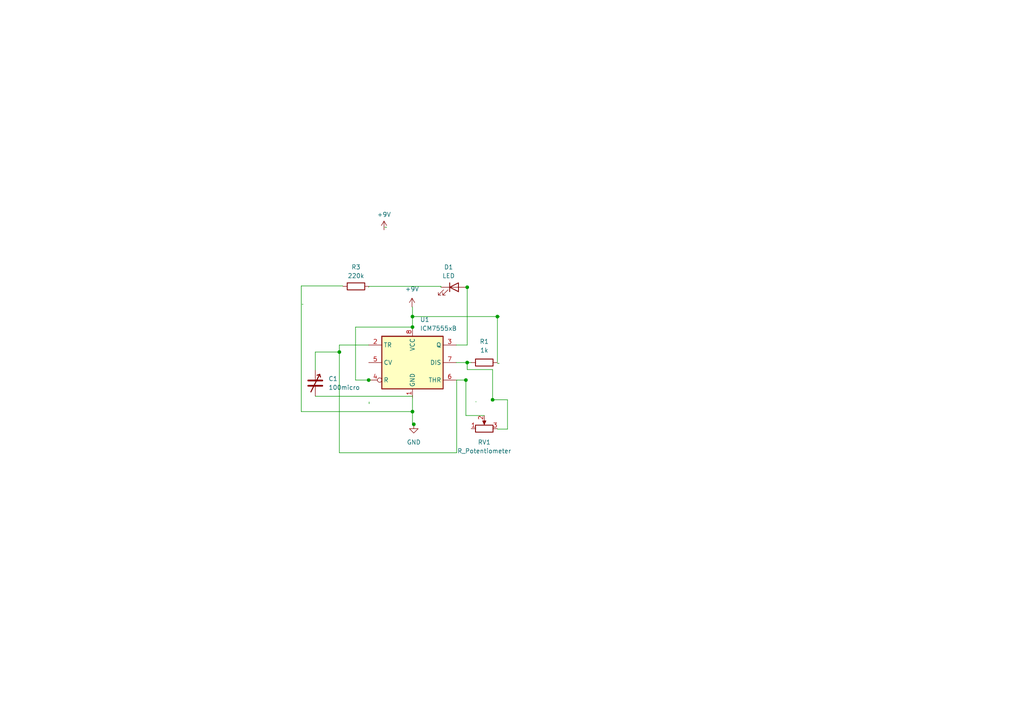
<source format=kicad_sch>
(kicad_sch (version 20230121) (generator eeschema)
  (paper "A4")
  (title_block (title "555_ic") (date "2023-08-20") (rev "v01") (comment 4 "Author: Priyavrat Tiwari"))
  (lib_symbols
    (symbol "Device:C_Variable" (pin_numbers hide) (pin_names (offset 0.254) hide)
      (property "Reference" "C" (at 0.635 -1.905 0))
      (property "Value" "C_Variable" (at 0.635 -3.81 0))
      (symbol "C_Variable_0_1"
        (polyline (pts (xy -2.032 -0.762) (xy 2.032 -0.762)) (stroke (width 0.508)))
        (polyline (pts (xy -2.032 0.762) (xy 2.032 0.762)) (stroke (width 0.508)))
        (polyline (pts (xy 1.27 2.54) (xy -1.27 -2.54)) (stroke (width 0.3048)))
        (polyline (pts (xy 1.27 2.54) (xy 0.508 2.286)) (stroke (width 0.3048)))
        (polyline (pts (xy 1.27 2.54) (xy 1.524 1.778)) (stroke (width 0.3048)))
      )
      (symbol "C_Variable_1_1"
        (pin passive line (at 0 3.81 270) (length 3.048) (name "~") (number "1"))
        (pin passive line (at 0 -3.81 90) (length 3.048) (name "~") (number "2"))
      )
    )
    (symbol "Device:LED" (pin_numbers hide) (pin_names (offset 1.016) hide)
      (property "Reference" "D" (at 0 2.54 0))
      (property "Value" "LED" (at 0 -2.54 0))
      (symbol "LED_0_1"
        (polyline (pts (xy -1.27 -1.27) (xy -1.27 1.27)) (stroke (width 0.254)))
        (polyline (pts (xy -1.27 0) (xy 1.27 0)))
        (polyline (pts (xy 1.27 -1.27) (xy 1.27 1.27) (xy -1.27 0) (xy 1.27 -1.27)) (stroke (width 0.254)))
        (polyline (pts (xy -3.048 -0.762) (xy -4.572 -2.286) (xy -3.81 -2.286) (xy -4.572 -2.286) (xy -4.572 -1.524)))
        (polyline (pts (xy -1.778 -0.762) (xy -3.302 -2.286) (xy -2.54 -2.286) (xy -3.302 -2.286) (xy -3.302 -1.524)))
      )
      (symbol "LED_1_1"
        (pin passive line (at -3.81 0 0) (length 2.54) (name "K") (number "1"))
        (pin passive line (at 3.81 0 180) (length 2.54) (name "A") (number "2"))
      )
    )
    (symbol "Device:R" (pin_numbers hide) (pin_names (offset 0))
      (property "Reference" "R" (at 2.032 0 90))
      (property "Value" "R" (at 0 0 90))
      (symbol "R_0_1"
        (rectangle (start -1.016 -2.54) (end 1.016 2.54) (stroke (width 0.254)))
      )
      (symbol "R_1_1"
        (pin passive line (at 0 3.81 270) (length 1.27) (name "~") (number "1"))
        (pin passive line (at 0 -3.81 90) (length 1.27) (name "~") (number "2"))
      )
    )
    (symbol "Device:R_Potentiometer" (pin_names (offset 1.016) hide)
      (property "Reference" "RV" (at -4.445 0 90))
      (property "Value" "R_Potentiometer" (at -2.54 0 90))
      (symbol "R_Potentiometer_0_1"
        (polyline (pts (xy 2.54 0) (xy 1.524 0)))
        (polyline (pts (xy 1.143 0) (xy 2.286 0.508) (xy 2.286 -0.508) (xy 1.143 0)) (fill (type outline)))
        (rectangle (start 1.016 2.54) (end -1.016 -2.54) (stroke (width 0.254)))
      )
      (symbol "R_Potentiometer_1_1"
        (pin passive line (at 0 3.81 270) (length 1.27) (name "1") (number "1"))
        (pin passive line (at 3.81 0 180) (length 1.27) (name "2") (number "2"))
        (pin passive line (at 0 -3.81 90) (length 1.27) (name "3") (number "3"))
      )
    )
    (symbol "Timer:ICM7555xB"
      (property "Reference" "U" (at -10.16 8.89 0))
      (property "Value" "ICM7555xB" (at 2.54 8.89 0))
      (symbol "ICM7555xB_0_0"
        (pin power_in line (at 0 -10.16 90) (length 2.54) (name "GND") (number "1"))
        (pin power_in line (at 0 10.16 270) (length 2.54) (name "VCC") (number "8"))
      )
      (symbol "ICM7555xB_0_1"
        (rectangle (start -8.89 -7.62) (end 8.89 7.62) (stroke (width 0.254)) (fill (type background)))
        (rectangle (start -8.89 -7.62) (end 8.89 7.62) (stroke (width 0.254)) (fill (type background)))
      )
      (symbol "ICM7555xB_1_1"
        (pin input line (at -12.7 5.08 0) (length 3.81) (name "TR") (number "2"))
        (pin output line (at 12.7 5.08 180) (length 3.81) (name "Q") (number "3"))
        (pin input inverted (at -12.7 -5.08 0) (length 3.81) (name "R") (number "4"))
        (pin input line (at -12.7 0 0) (length 3.81) (name "CV") (number "5"))
        (pin input line (at 12.7 -5.08 180) (length 3.81) (name "THR") (number "6"))
        (pin input line (at 12.7 0 180) (length 3.81) (name "DIS") (number "7"))
      )
    )
    (symbol "power:+9V" (power) (pin_names (offset 0))
      (property "Value" "+9V" (at 0 3.556 0))
      (symbol "+9V_0_1"
        (polyline (pts (xy -0.762 1.27) (xy 0 2.54)))
        (polyline (pts (xy 0 0) (xy 0 2.54)))
        (polyline (pts (xy 0 2.54) (xy 0.762 1.27)))
      )
      (symbol "+9V_1_1"
        (pin power_in line (at 0 0 90) (length 0) hide (name "+9V") (number "1"))
      )
    )
    (symbol "power:GND" (power) (pin_names (offset 0))
      (property "Value" "GND" (at 0 -3.81 0))
      (symbol "GND_0_1"
        (polyline (pts (xy 0 0) (xy 0 -1.27) (xy 1.27 -1.27) (xy 0 -2.54) (xy -1.27 -1.27) (xy 0 -1.27)))
      )
      (symbol "GND_1_1"
        (pin power_in line (at 0 0 270) (length 0) hide (name "GND") (number "1"))
      )
    )
  )
  (junction (at 142.875 115.951))
  (junction (at 144.272 91.821))
  (junction (at 98.425 102.108))
  (junction (at 119.634 91.821))
  (junction (at 119.634 119.38))
  (junction (at 106.934 110.236))
  (junction (at 135.509 83.312))
  (junction (at 135.509 105.156))
  (junction (at 135.128 110.236))
  (junction (at 119.634 94.869))
  (junction (at 120.015 123.063))
  (wire (pts (xy 91.44 107.315) (xy 91.44 102.108)))
  (wire (pts (xy 144.272 105.41) (xy 144.78 105.41)))
  (wire (pts (xy 119.634 115.316) (xy 119.634 119.38)))
  (wire (pts (xy 144.272 91.821) (xy 144.907 91.821)))
  (wire (pts (xy 119.634 91.821) (xy 144.272 91.821)))
  (wire (pts (xy 87.376 82.931) (xy 87.376 119.38)))
  (wire (pts (xy 106.934 83.185) (xy 106.934 83.312)))
  (wire (pts (xy 107.061 110.236) (xy 106.934 110.236)))
  (wire (pts (xy 91.44 114.935) (xy 119.634 114.935)))
  (wire (pts (xy 135.509 105.156) (xy 136.652 105.156)))
  (wire (pts (xy 106.934 110.236) (xy 103.124 110.236)))
  (wire (pts (xy 135.128 110.236) (xy 135.128 120.523)))
  (wire (pts (xy 135.509 83.185) (xy 135.509 83.312)))
  (wire (pts (xy 147.193 115.951) (xy 147.193 124.46)))
  (wire (pts (xy 135.128 110.236) (xy 135.382 110.236)))
  (wire (pts (xy 106.934 100.076) (xy 98.425 100.076)))
  (wire (pts (xy 98.425 131.318) (xy 132.461 131.318)))
  (wire (pts (xy 135.509 83.312) (xy 135.509 100.076)))
  (wire (pts (xy 132.334 100.076) (xy 135.509 100.076)))
  (wire (pts (xy 119.634 89.027) (xy 119.634 91.821)))
  (wire (pts (xy 132.461 110.236) (xy 132.461 131.318)))
  (wire (pts (xy 107.061 83.058) (xy 127.889 83.058)))
  (wire (pts (xy 144.272 124.46) (xy 147.193 124.46)))
  (wire (pts (xy 107.061 116.586) (xy 107.061 117.094)))
  (wire (pts (xy 119.634 114.808) (xy 119.634 114.935)))
  (wire (pts (xy 119.634 91.821) (xy 119.634 94.869)))
  (wire (pts (xy 103.124 110.236) (xy 103.124 94.869)))
  (wire (pts (xy 111.633 65.913) (xy 112.141 65.913)))
  (wire (pts (xy 144.272 105.029) (xy 144.272 91.821)))
  (wire (pts (xy 120.015 123.063) (xy 120.142 123.063)))
  (wire (pts (xy 91.44 102.108) (xy 98.425 102.108)))
  (wire (pts (xy 99.441 82.931) (xy 87.376 82.931)))
  (wire (pts (xy 142.875 107.188) (xy 142.875 115.951)))
  (wire (pts (xy 135.509 105.156) (xy 135.509 107.188)))
  (wire (pts (xy 135.128 120.523) (xy 140.462 120.523)))
  (wire (pts (xy 103.124 94.869) (xy 119.634 94.869)))
  (wire (pts (xy 127.889 83.058) (xy 127.889 83.312)))
  (wire (pts (xy 142.748 115.951) (xy 142.875 115.951)))
  (wire (pts (xy 119.634 119.38) (xy 119.634 123.063)))
  (wire (pts (xy 142.875 107.188) (xy 135.509 107.188)))
  (wire (pts (xy 132.334 105.156) (xy 135.509 105.156)))
  (wire (pts (xy 119.634 94.869) (xy 119.634 94.996)))
  (wire (pts (xy 138.049 116.459) (xy 138.049 116.586)))
  (wire (pts (xy 87.884 88.265) (xy 87.63 88.265)))
  (wire (pts (xy 132.461 110.236) (xy 135.128 110.236)))
  (wire (pts (xy 98.425 102.108) (xy 98.425 131.318)))
  (wire (pts (xy 98.425 100.076) (xy 98.425 102.108)))
  (wire (pts (xy 142.875 115.951) (xy 147.193 115.951)))
  (wire (pts (xy 87.376 119.38) (xy 119.634 119.38)))
  (wire (pts (xy 119.634 123.063) (xy 120.015 123.063)))
  (symbol (lib_id "power:+9V") (at 111.379 66.675 0) (unit 1)
    (property "Reference" "#PWR02" (effects hide))
    (property "Value" "+9V" (at 111.379 62.23 0))
  )
  (symbol (lib_id "Device:R") (at 103.251 83.058 90) (unit 1)
    (property "Reference" "R3" (at 103.251 77.47 90))
    (property "Value" "220k" (at 103.251 80.01 90))
  )
  (symbol (lib_id "Timer:ICM7555xB") (at 119.634 105.156 0) (unit 1)
    (property "Reference" "U1" (at 121.8281 92.71 0) (effects (justify left)))
    (property "Value" "ICM7555xB" (at 121.8281 95.25 0) (effects (justify left)))
    (property "Footprint" "Package_SO:SOIC-8_3.9x4.9mm_P1.27mm" (effects hide))
    (property "Datasheet" "http://www.intersil.com/content/dam/Intersil/documents/icm7/icm7555-56.pdf" (effects hide))
  )
  (symbol (lib_id "Device:LED") (at 131.699 83.312 0) (unit 1)
    (property "Reference" "D1" (at 130.1115 77.47 0))
    (property "Value" "LED" (at 130.1115 80.01 0))
  )
  (symbol (lib_id "power:+9V") (at 119.507 89.027 0) (unit 1)
    (property "Reference" "#PWR03" (effects hide))
    (property "Value" "+9V" (at 119.507 83.82 0))
  )
  (symbol (lib_id "Device:R") (at 140.462 105.156 90) (unit 1)
    (property "Reference" "R1" (at 140.462 99.06 90))
    (property "Value" "1k" (at 140.462 101.6 90))
  )
  (symbol (lib_id "power:GND") (at 120.015 123.063 0) (unit 1)
    (property "Reference" "#PWR01" (effects hide))
    (property "Value" "GND" (at 120.015 128.27 0))
  )
  (symbol (lib_id "Device:C_Variable") (at 91.44 111.125 0) (unit 1)
    (property "Reference" "C1" (at 95.25 109.855 0) (effects (justify left)))
    (property "Value" "100micro" (at 95.25 112.395 0) (effects (justify left)))
  )
  (symbol (lib_id "Device:R_Potentiometer") (at 140.462 124.333 90) (unit 1)
    (property "Reference" "RV1" (at 140.462 128.27 90))
    (property "Value" "R_Potentiometer" (at 140.462 130.81 90))
  )
)
</source>
